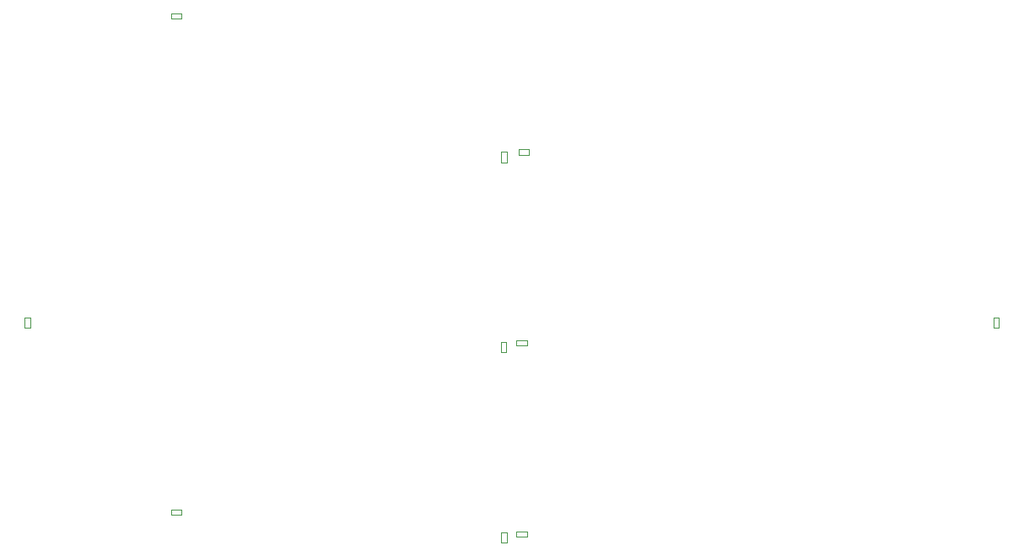
<source format=gbr>
%TF.GenerationSoftware,Altium Limited,Altium Designer,21.8.1 (53)*%
G04 Layer_Color=16711935*
%FSLAX45Y45*%
%MOMM*%
%TF.SameCoordinates,046F884E-5673-4B57-908A-D09F833A34A9*%
%TF.FilePolarity,Positive*%
%TF.FileFunction,Other,Mechanical_13*%
%TF.Part,Single*%
G01*
G75*
%TA.AperFunction,NonConductor*%
%ADD37C,0.10000*%
D37*
X13124001Y6078500D02*
X13175999D01*
X13124001Y6181500D02*
X13175999D01*
Y6078500D02*
Y6181500D01*
X13124001Y6078500D02*
Y6181500D01*
X13297501Y9972500D02*
Y10027500D01*
X13402499Y9972500D02*
Y10027500D01*
X13297501Y9972500D02*
X13402499D01*
X13297501Y10027500D02*
X13402499D01*
X9811324Y6351999D02*
X9914324D01*
X9811324Y6403999D02*
X9914324D01*
X9811324Y6351999D02*
Y6403999D01*
X9914324Y6351999D02*
Y6403999D01*
X9812659Y11338222D02*
X9915659D01*
X9812659Y11390222D02*
X9915659D01*
X9812659Y11338222D02*
Y11390222D01*
X9915659Y11338222D02*
Y11390222D01*
X8341500Y8236000D02*
Y8339000D01*
X8393500Y8236000D02*
Y8339000D01*
X8341500D02*
X8393500D01*
X8341500Y8236000D02*
X8393500D01*
X18067241Y8234498D02*
Y8337498D01*
X18119241Y8234498D02*
Y8337498D01*
X18067241D02*
X18119241D01*
X18067241Y8234498D02*
X18119241D01*
X13275000Y6190000D02*
X13380000D01*
X13275000Y6135000D02*
X13380000D01*
Y6190000D01*
X13275000Y6135000D02*
Y6190000D01*
X13277499Y8055000D02*
Y8110000D01*
X13382500Y8055000D02*
Y8110000D01*
X13277499Y8055000D02*
X13382500D01*
X13277499Y8110000D02*
X13382500D01*
X13124001Y9898500D02*
Y10001500D01*
X13175999Y9898500D02*
Y10001500D01*
X13124001D02*
X13175999D01*
X13124001Y9898500D02*
X13175999D01*
X13122000Y7988500D02*
Y8091500D01*
X13174001Y7988500D02*
Y8091500D01*
X13122000D02*
X13174001D01*
X13122000Y7988500D02*
X13174001D01*
%TF.MD5,caeda9339de49937604003aee0ed21af*%
M02*

</source>
